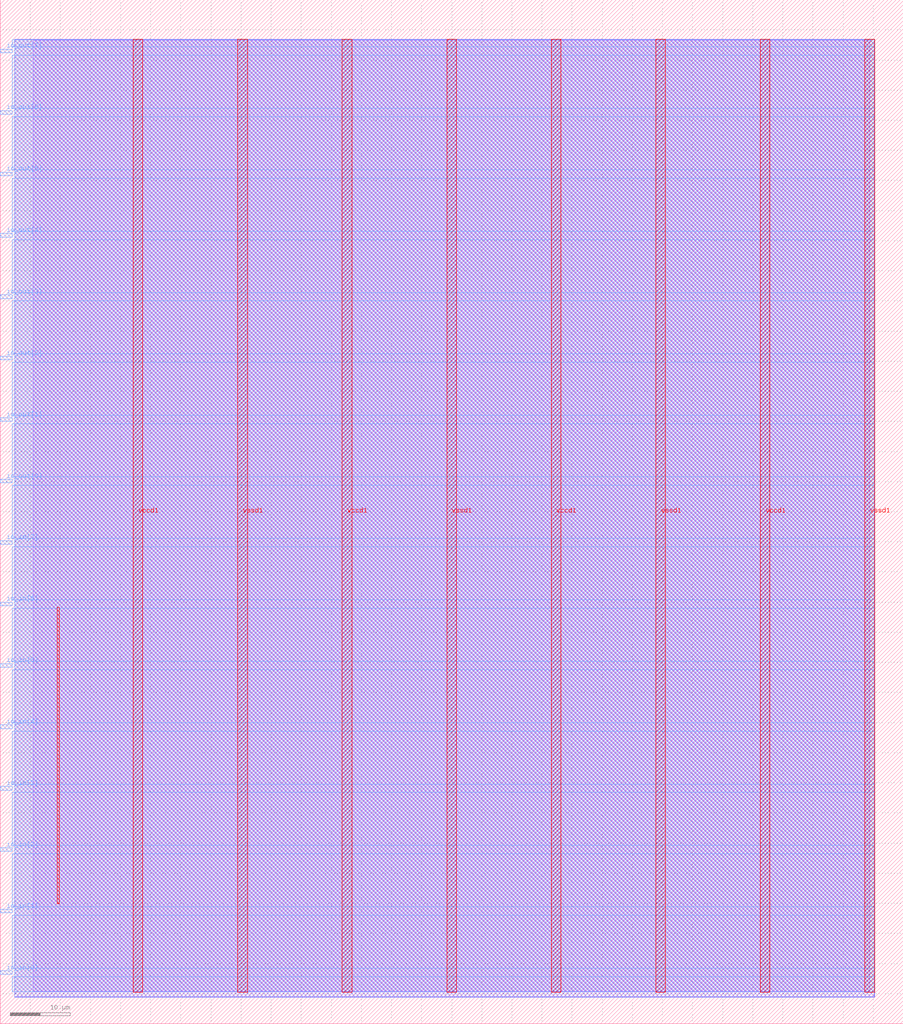
<source format=lef>
VERSION 5.7 ;
  NOWIREEXTENSIONATPIN ON ;
  DIVIDERCHAR "/" ;
  BUSBITCHARS "[]" ;
MACRO user_module_347787021138264660
  CLASS BLOCK ;
  FOREIGN user_module_347787021138264660 ;
  ORIGIN 0.000 0.000 ;
  SIZE 150.000 BY 170.000 ;
  PIN io_in[0]
    DIRECTION INPUT ;
    USE SIGNAL ;
    PORT
      LAYER met3 ;
        RECT 0.000 8.200 2.000 8.800 ;
    END
  END io_in[0]
  PIN io_in[1]
    DIRECTION INPUT ;
    USE SIGNAL ;
    PORT
      LAYER met3 ;
        RECT 0.000 18.400 2.000 19.000 ;
    END
  END io_in[1]
  PIN io_in[2]
    DIRECTION INPUT ;
    USE SIGNAL ;
    PORT
      LAYER met3 ;
        RECT 0.000 28.600 2.000 29.200 ;
    END
  END io_in[2]
  PIN io_in[3]
    DIRECTION INPUT ;
    USE SIGNAL ;
    PORT
      LAYER met3 ;
        RECT 0.000 38.800 2.000 39.400 ;
    END
  END io_in[3]
  PIN io_in[4]
    DIRECTION INPUT ;
    USE SIGNAL ;
    PORT
      LAYER met3 ;
        RECT 0.000 49.000 2.000 49.600 ;
    END
  END io_in[4]
  PIN io_in[5]
    DIRECTION INPUT ;
    USE SIGNAL ;
    PORT
      LAYER met3 ;
        RECT 0.000 59.200 2.000 59.800 ;
    END
  END io_in[5]
  PIN io_in[6]
    DIRECTION INPUT ;
    USE SIGNAL ;
    PORT
      LAYER met3 ;
        RECT 0.000 69.400 2.000 70.000 ;
    END
  END io_in[6]
  PIN io_in[7]
    DIRECTION INPUT ;
    USE SIGNAL ;
    PORT
      LAYER met3 ;
        RECT 0.000 79.600 2.000 80.200 ;
    END
  END io_in[7]
  PIN io_out[0]
    DIRECTION OUTPUT TRISTATE ;
    USE SIGNAL ;
    PORT
      LAYER met3 ;
        RECT 0.000 89.800 2.000 90.400 ;
    END
  END io_out[0]
  PIN io_out[1]
    DIRECTION OUTPUT TRISTATE ;
    USE SIGNAL ;
    PORT
      LAYER met3 ;
        RECT 0.000 100.000 2.000 100.600 ;
    END
  END io_out[1]
  PIN io_out[2]
    DIRECTION OUTPUT TRISTATE ;
    USE SIGNAL ;
    PORT
      LAYER met3 ;
        RECT 0.000 110.200 2.000 110.800 ;
    END
  END io_out[2]
  PIN io_out[3]
    DIRECTION OUTPUT TRISTATE ;
    USE SIGNAL ;
    PORT
      LAYER met3 ;
        RECT 0.000 120.400 2.000 121.000 ;
    END
  END io_out[3]
  PIN io_out[4]
    DIRECTION OUTPUT TRISTATE ;
    USE SIGNAL ;
    PORT
      LAYER met3 ;
        RECT 0.000 130.600 2.000 131.200 ;
    END
  END io_out[4]
  PIN io_out[5]
    DIRECTION OUTPUT TRISTATE ;
    USE SIGNAL ;
    PORT
      LAYER met3 ;
        RECT 0.000 140.800 2.000 141.400 ;
    END
  END io_out[5]
  PIN io_out[6]
    DIRECTION OUTPUT TRISTATE ;
    USE SIGNAL ;
    PORT
      LAYER met3 ;
        RECT 0.000 151.000 2.000 151.600 ;
    END
  END io_out[6]
  PIN io_out[7]
    DIRECTION OUTPUT TRISTATE ;
    USE SIGNAL ;
    PORT
      LAYER met3 ;
        RECT 0.000 161.200 2.000 161.800 ;
    END
  END io_out[7]
  PIN vccd1
    DIRECTION INOUT ;
    USE POWER ;
    PORT
      LAYER met4 ;
        RECT 22.085 5.200 23.685 163.440 ;
    END
    PORT
      LAYER met4 ;
        RECT 56.815 5.200 58.415 163.440 ;
    END
    PORT
      LAYER met4 ;
        RECT 91.545 5.200 93.145 163.440 ;
    END
    PORT
      LAYER met4 ;
        RECT 126.275 5.200 127.875 163.440 ;
    END
  END vccd1
  PIN vssd1
    DIRECTION INOUT ;
    USE GROUND ;
    PORT
      LAYER met4 ;
        RECT 39.450 5.200 41.050 163.440 ;
    END
    PORT
      LAYER met4 ;
        RECT 74.180 5.200 75.780 163.440 ;
    END
    PORT
      LAYER met4 ;
        RECT 108.910 5.200 110.510 163.440 ;
    END
    PORT
      LAYER met4 ;
        RECT 143.640 5.200 145.240 163.440 ;
    END
  END vssd1
  OBS
      LAYER li1 ;
        RECT 5.520 5.355 144.440 163.285 ;
      LAYER met1 ;
        RECT 2.370 4.460 145.240 163.440 ;
      LAYER met2 ;
        RECT 2.390 4.430 145.210 163.385 ;
      LAYER met3 ;
        RECT 2.000 162.200 145.230 163.365 ;
        RECT 2.400 160.800 145.230 162.200 ;
        RECT 2.000 152.000 145.230 160.800 ;
        RECT 2.400 150.600 145.230 152.000 ;
        RECT 2.000 141.800 145.230 150.600 ;
        RECT 2.400 140.400 145.230 141.800 ;
        RECT 2.000 131.600 145.230 140.400 ;
        RECT 2.400 130.200 145.230 131.600 ;
        RECT 2.000 121.400 145.230 130.200 ;
        RECT 2.400 120.000 145.230 121.400 ;
        RECT 2.000 111.200 145.230 120.000 ;
        RECT 2.400 109.800 145.230 111.200 ;
        RECT 2.000 101.000 145.230 109.800 ;
        RECT 2.400 99.600 145.230 101.000 ;
        RECT 2.000 90.800 145.230 99.600 ;
        RECT 2.400 89.400 145.230 90.800 ;
        RECT 2.000 80.600 145.230 89.400 ;
        RECT 2.400 79.200 145.230 80.600 ;
        RECT 2.000 70.400 145.230 79.200 ;
        RECT 2.400 69.000 145.230 70.400 ;
        RECT 2.000 60.200 145.230 69.000 ;
        RECT 2.400 58.800 145.230 60.200 ;
        RECT 2.000 50.000 145.230 58.800 ;
        RECT 2.400 48.600 145.230 50.000 ;
        RECT 2.000 39.800 145.230 48.600 ;
        RECT 2.400 38.400 145.230 39.800 ;
        RECT 2.000 29.600 145.230 38.400 ;
        RECT 2.400 28.200 145.230 29.600 ;
        RECT 2.000 19.400 145.230 28.200 ;
        RECT 2.400 18.000 145.230 19.400 ;
        RECT 2.000 9.200 145.230 18.000 ;
        RECT 2.400 7.800 145.230 9.200 ;
        RECT 2.000 5.275 145.230 7.800 ;
      LAYER met4 ;
        RECT 9.495 19.895 9.825 69.185 ;
  END
END user_module_347787021138264660
END LIBRARY


</source>
